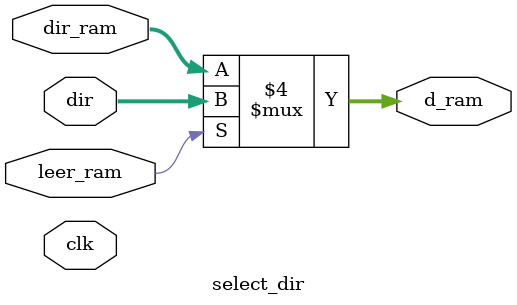
<source format=v>
`timescale 1ns / 1ps
module select_dir(
	input clk,
    output reg[7:0] d_ram, //direccion final ram leer o guardar
    input [7:0] dir_ram, //direcc ram de ascci escribir
    input [7:0] dir,	//direccion de recorrido col leer
    input leer_ram
     /*output efect6,*/
    );
					
always @(leer_ram,d_ram,dir,dir_ram) begin

		if(leer_ram==1'b1) d_ram<=dir; //para imprimir 
		else d_ram<=dir_ram ; //para guardar
		
		end
endmodule


</source>
